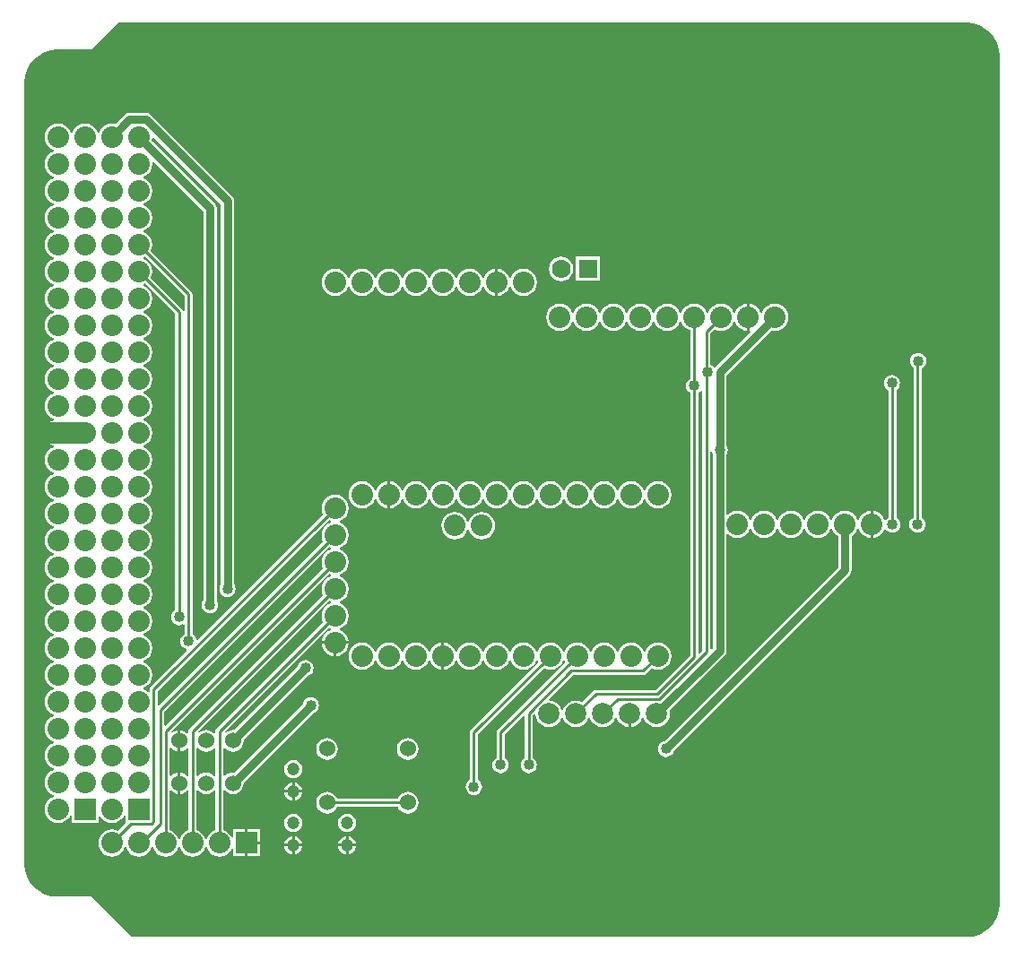
<source format=gbl>
G04 Layer_Physical_Order=2*
G04 Layer_Color=16711680*
%FSLAX25Y25*%
%MOIN*%
G70*
G01*
G75*
%ADD13C,0.03000*%
%ADD14C,0.01000*%
%ADD16C,0.08000*%
%ADD17R,0.07000X0.07000*%
%ADD18C,0.07000*%
%ADD19C,0.08000*%
%ADD20C,0.07874*%
%ADD21C,0.04724*%
%ADD22C,0.06000*%
%ADD23R,0.08000X0.08000*%
%ADD24R,0.08000X0.08000*%
%ADD25C,0.04000*%
%ADD26C,0.25000*%
G36*
X-17556Y347286D02*
X-15973Y346862D01*
X-14459Y346235D01*
X-13040Y345416D01*
X-11740Y344418D01*
X-10582Y343260D01*
X-9584Y341960D01*
X-8765Y340541D01*
X-8138Y339027D01*
X-7714Y337444D01*
X-7500Y335819D01*
Y335000D01*
Y20000D01*
Y19181D01*
X-7714Y17556D01*
X-8138Y15973D01*
X-8765Y14459D01*
X-9584Y13040D01*
X-10582Y11740D01*
X-11740Y10582D01*
X-13040Y9584D01*
X-14459Y8765D01*
X-15973Y8138D01*
X-17556Y7714D01*
X-19181Y7500D01*
X-330000D01*
X-345000Y22500D01*
X-358319D01*
X-359944Y22714D01*
X-361527Y23138D01*
X-363040Y23765D01*
X-364459Y24584D01*
X-365759Y25582D01*
X-366918Y26741D01*
X-367916Y28041D01*
X-368735Y29460D01*
X-369362Y30973D01*
X-369786Y32556D01*
X-370000Y34181D01*
Y35000D01*
Y325000D01*
Y325819D01*
X-369786Y327444D01*
X-369362Y329027D01*
X-368735Y330540D01*
X-367916Y331960D01*
X-366918Y333260D01*
X-365759Y334418D01*
X-364459Y335416D01*
X-363040Y336235D01*
X-361527Y336862D01*
X-359944Y337286D01*
X-358319Y337500D01*
X-345000D01*
X-335000Y347500D01*
X-19181D01*
X-17556Y347286D01*
D02*
G37*
%LPC*%
G36*
X-324808Y314049D02*
X-331000D01*
X-331976Y313855D01*
X-332802Y313302D01*
X-336229Y309876D01*
X-337500Y310043D01*
X-338805Y309871D01*
X-340022Y309367D01*
X-341066Y308566D01*
X-341867Y307522D01*
X-342229Y306648D01*
X-342771D01*
X-343132Y307522D01*
X-343934Y308566D01*
X-344978Y309367D01*
X-346195Y309871D01*
X-347500Y310043D01*
X-348805Y309871D01*
X-350022Y309367D01*
X-351066Y308566D01*
X-351868Y307522D01*
X-352229Y306648D01*
X-352771D01*
X-353133Y307522D01*
X-353934Y308566D01*
X-354978Y309367D01*
X-356195Y309871D01*
X-357500Y310043D01*
X-358805Y309871D01*
X-360022Y309367D01*
X-361066Y308566D01*
X-361867Y307522D01*
X-362371Y306305D01*
X-362543Y305000D01*
X-362371Y303695D01*
X-361867Y302478D01*
X-361066Y301434D01*
X-360022Y300633D01*
X-359148Y300271D01*
Y299729D01*
X-360022Y299367D01*
X-361066Y298566D01*
X-361867Y297522D01*
X-362371Y296305D01*
X-362543Y295000D01*
X-362371Y293695D01*
X-361867Y292478D01*
X-361066Y291434D01*
X-360022Y290633D01*
X-359148Y290271D01*
Y289729D01*
X-360022Y289368D01*
X-361066Y288566D01*
X-361867Y287522D01*
X-362371Y286305D01*
X-362543Y285000D01*
X-362371Y283695D01*
X-361867Y282478D01*
X-361066Y281434D01*
X-360022Y280632D01*
X-359148Y280271D01*
Y279729D01*
X-360022Y279367D01*
X-361066Y278566D01*
X-361867Y277522D01*
X-362371Y276305D01*
X-362543Y275000D01*
X-362371Y273695D01*
X-361867Y272478D01*
X-361066Y271434D01*
X-360022Y270633D01*
X-359148Y270271D01*
Y269729D01*
X-360022Y269368D01*
X-361066Y268566D01*
X-361867Y267522D01*
X-362371Y266305D01*
X-362543Y265000D01*
X-362371Y263695D01*
X-361867Y262478D01*
X-361066Y261434D01*
X-360022Y260632D01*
X-359148Y260271D01*
Y259729D01*
X-360022Y259367D01*
X-361066Y258566D01*
X-361867Y257522D01*
X-362371Y256305D01*
X-362543Y255000D01*
X-362371Y253695D01*
X-361867Y252478D01*
X-361066Y251434D01*
X-360022Y250633D01*
X-359148Y250271D01*
Y249729D01*
X-360022Y249367D01*
X-361066Y248566D01*
X-361867Y247522D01*
X-362371Y246305D01*
X-362543Y245000D01*
X-362371Y243695D01*
X-361867Y242478D01*
X-361066Y241434D01*
X-360022Y240633D01*
X-359148Y240271D01*
Y239729D01*
X-360022Y239368D01*
X-361066Y238566D01*
X-361867Y237522D01*
X-362371Y236305D01*
X-362543Y235000D01*
X-362371Y233695D01*
X-361867Y232478D01*
X-361066Y231434D01*
X-360022Y230632D01*
X-359148Y230271D01*
Y229729D01*
X-360022Y229367D01*
X-361066Y228566D01*
X-361867Y227522D01*
X-362371Y226305D01*
X-362543Y225000D01*
X-362371Y223695D01*
X-361867Y222478D01*
X-361066Y221434D01*
X-360022Y220633D01*
X-359148Y220271D01*
Y219729D01*
X-360022Y219368D01*
X-361066Y218566D01*
X-361867Y217522D01*
X-362371Y216305D01*
X-362543Y215000D01*
X-362371Y213695D01*
X-361867Y212478D01*
X-361066Y211434D01*
X-360022Y210632D01*
X-359148Y210271D01*
Y209729D01*
X-360022Y209367D01*
X-361066Y208566D01*
X-361867Y207522D01*
X-362371Y206305D01*
X-362543Y205000D01*
X-362371Y203695D01*
X-361867Y202478D01*
X-361066Y201434D01*
X-360022Y200633D01*
X-359148Y200271D01*
Y199729D01*
X-360022Y199367D01*
X-361066Y198566D01*
X-361867Y197522D01*
X-362371Y196305D01*
X-362477Y195500D01*
X-357500D01*
Y194500D01*
X-362477D01*
X-362371Y193695D01*
X-361867Y192478D01*
X-361066Y191434D01*
X-360022Y190632D01*
X-359148Y190271D01*
Y189729D01*
X-360022Y189367D01*
X-361066Y188566D01*
X-361867Y187522D01*
X-362371Y186305D01*
X-362543Y185000D01*
X-362371Y183695D01*
X-361867Y182478D01*
X-361066Y181434D01*
X-360022Y180632D01*
X-359148Y180271D01*
Y179729D01*
X-360022Y179367D01*
X-361066Y178566D01*
X-361867Y177522D01*
X-362371Y176305D01*
X-362543Y175000D01*
X-362371Y173695D01*
X-361867Y172478D01*
X-361066Y171434D01*
X-360022Y170633D01*
X-359148Y170271D01*
Y169729D01*
X-360022Y169368D01*
X-361066Y168566D01*
X-361867Y167522D01*
X-362371Y166305D01*
X-362543Y165000D01*
X-362371Y163695D01*
X-361867Y162478D01*
X-361066Y161434D01*
X-360022Y160633D01*
X-359148Y160271D01*
Y159729D01*
X-360022Y159368D01*
X-361066Y158566D01*
X-361867Y157522D01*
X-362371Y156305D01*
X-362543Y155000D01*
X-362371Y153695D01*
X-361867Y152478D01*
X-361066Y151434D01*
X-360022Y150633D01*
X-359148Y150271D01*
Y149729D01*
X-360022Y149367D01*
X-361066Y148566D01*
X-361867Y147522D01*
X-362371Y146305D01*
X-362543Y145000D01*
X-362371Y143695D01*
X-361867Y142478D01*
X-361066Y141434D01*
X-360022Y140632D01*
X-359148Y140271D01*
Y139729D01*
X-360022Y139367D01*
X-361066Y138566D01*
X-361867Y137522D01*
X-362371Y136305D01*
X-362543Y135000D01*
X-362371Y133695D01*
X-361867Y132478D01*
X-361066Y131434D01*
X-360022Y130632D01*
X-359148Y130271D01*
Y129729D01*
X-360022Y129367D01*
X-361066Y128566D01*
X-361867Y127522D01*
X-362371Y126305D01*
X-362543Y125000D01*
X-362371Y123695D01*
X-361867Y122478D01*
X-361066Y121434D01*
X-360022Y120633D01*
X-359148Y120271D01*
Y119729D01*
X-360022Y119368D01*
X-361066Y118566D01*
X-361867Y117522D01*
X-362371Y116305D01*
X-362543Y115000D01*
X-362371Y113695D01*
X-361867Y112478D01*
X-361066Y111434D01*
X-360022Y110633D01*
X-359148Y110271D01*
Y109729D01*
X-360022Y109368D01*
X-361066Y108566D01*
X-361867Y107522D01*
X-362371Y106305D01*
X-362543Y105000D01*
X-362371Y103695D01*
X-361867Y102478D01*
X-361066Y101434D01*
X-360022Y100633D01*
X-359148Y100271D01*
Y99729D01*
X-360022Y99367D01*
X-361066Y98566D01*
X-361867Y97522D01*
X-362371Y96305D01*
X-362543Y95000D01*
X-362371Y93695D01*
X-361867Y92478D01*
X-361066Y91434D01*
X-360022Y90632D01*
X-359148Y90271D01*
Y89729D01*
X-360022Y89368D01*
X-361066Y88566D01*
X-361867Y87522D01*
X-362371Y86305D01*
X-362543Y85000D01*
X-362371Y83695D01*
X-361867Y82478D01*
X-361066Y81434D01*
X-360022Y80633D01*
X-359148Y80271D01*
Y79729D01*
X-360022Y79368D01*
X-361066Y78566D01*
X-361867Y77522D01*
X-362371Y76305D01*
X-362543Y75000D01*
X-362371Y73695D01*
X-361867Y72478D01*
X-361066Y71434D01*
X-360022Y70632D01*
X-359148Y70271D01*
Y69729D01*
X-360022Y69367D01*
X-361066Y68566D01*
X-361867Y67522D01*
X-362371Y66305D01*
X-362543Y65000D01*
X-362371Y63695D01*
X-361867Y62478D01*
X-361066Y61434D01*
X-360022Y60632D01*
X-359148Y60271D01*
Y59729D01*
X-360022Y59368D01*
X-361066Y58566D01*
X-361867Y57522D01*
X-362371Y56305D01*
X-362543Y55000D01*
X-362371Y53695D01*
X-361867Y52478D01*
X-361066Y51434D01*
X-360022Y50633D01*
X-358805Y50129D01*
X-357500Y49957D01*
X-356195Y50129D01*
X-354978Y50633D01*
X-353934Y51434D01*
X-353133Y52478D01*
X-353000Y52798D01*
X-352500Y52699D01*
Y50000D01*
X-342500D01*
Y52699D01*
X-342000Y52798D01*
X-341867Y52478D01*
X-341066Y51434D01*
X-340022Y50633D01*
X-338805Y50129D01*
X-337500Y49957D01*
X-336195Y50129D01*
X-334978Y50633D01*
X-333934Y51434D01*
X-333133Y52478D01*
X-333000Y52798D01*
X-332500Y52699D01*
Y50000D01*
X-332500Y50000D01*
X-332500D01*
X-332627Y49536D01*
X-335203Y46960D01*
X-336195Y47371D01*
X-337500Y47543D01*
X-338805Y47371D01*
X-340022Y46867D01*
X-341066Y46066D01*
X-341867Y45022D01*
X-342371Y43805D01*
X-342543Y42500D01*
X-342371Y41195D01*
X-341867Y39978D01*
X-341066Y38934D01*
X-340022Y38133D01*
X-338805Y37629D01*
X-337500Y37457D01*
X-336195Y37629D01*
X-334978Y38133D01*
X-333934Y38934D01*
X-333133Y39978D01*
X-332771Y40852D01*
X-332229D01*
X-331868Y39978D01*
X-331066Y38934D01*
X-330022Y38133D01*
X-328805Y37629D01*
X-327500Y37457D01*
X-326195Y37629D01*
X-324978Y38133D01*
X-323934Y38934D01*
X-323132Y39978D01*
X-322771Y40852D01*
X-322229D01*
X-321867Y39978D01*
X-321066Y38934D01*
X-320022Y38133D01*
X-318805Y37629D01*
X-317500Y37457D01*
X-316195Y37629D01*
X-314978Y38133D01*
X-313934Y38934D01*
X-313133Y39978D01*
X-312771Y40852D01*
X-312229D01*
X-311867Y39978D01*
X-311066Y38934D01*
X-310022Y38133D01*
X-308805Y37629D01*
X-307500Y37457D01*
X-306195Y37629D01*
X-304978Y38133D01*
X-303934Y38934D01*
X-303133Y39978D01*
X-302771Y40852D01*
X-302229D01*
X-301868Y39978D01*
X-301066Y38934D01*
X-300022Y38133D01*
X-298805Y37629D01*
X-297500Y37457D01*
X-296195Y37629D01*
X-294978Y38133D01*
X-293934Y38934D01*
X-293132Y39978D01*
X-293000Y40298D01*
X-292500Y40199D01*
Y37500D01*
X-288000D01*
Y42500D01*
Y47500D01*
X-292500D01*
Y44801D01*
X-293000Y44702D01*
X-293132Y45022D01*
X-293934Y46066D01*
X-294978Y46867D01*
X-295971Y47278D01*
Y61875D01*
X-295497Y62035D01*
X-295353Y61847D01*
X-294517Y61206D01*
X-293544Y60803D01*
X-292500Y60666D01*
X-291456Y60803D01*
X-290483Y61206D01*
X-289647Y61847D01*
X-289006Y62683D01*
X-288603Y63656D01*
X-288465Y64700D01*
X-288515Y65080D01*
X-262833Y90762D01*
X-262717Y90777D01*
X-261987Y91079D01*
X-261360Y91560D01*
X-260879Y92187D01*
X-260577Y92917D01*
X-260474Y93700D01*
X-260577Y94483D01*
X-260879Y95213D01*
X-261360Y95840D01*
X-261987Y96320D01*
X-262717Y96623D01*
X-263500Y96726D01*
X-264283Y96623D01*
X-265013Y96320D01*
X-265640Y95840D01*
X-266121Y95213D01*
X-266423Y94483D01*
X-266438Y94367D01*
X-292120Y68685D01*
X-292500Y68735D01*
X-293544Y68597D01*
X-294517Y68194D01*
X-295353Y67553D01*
X-295497Y67365D01*
X-295971Y67526D01*
Y77675D01*
X-295497Y77835D01*
X-295353Y77647D01*
X-294517Y77006D01*
X-293544Y76603D01*
X-292500Y76465D01*
X-291456Y76603D01*
X-290483Y77006D01*
X-289647Y77647D01*
X-289006Y78483D01*
X-288603Y79456D01*
X-288465Y80500D01*
X-288515Y80880D01*
X-264833Y104562D01*
X-264717Y104577D01*
X-263987Y104879D01*
X-263360Y105360D01*
X-262879Y105987D01*
X-262577Y106717D01*
X-262474Y107500D01*
X-262577Y108283D01*
X-262879Y109013D01*
X-263360Y109640D01*
X-263987Y110120D01*
X-264717Y110423D01*
X-265500Y110526D01*
X-266283Y110423D01*
X-267013Y110120D01*
X-267640Y109640D01*
X-268121Y109013D01*
X-268423Y108283D01*
X-268438Y108167D01*
X-292120Y84484D01*
X-292500Y84535D01*
X-293544Y84397D01*
X-294517Y83994D01*
X-295028Y83602D01*
X-295358Y83979D01*
X-256797Y122540D01*
X-256148Y122271D01*
Y121729D01*
X-257022Y121368D01*
X-258066Y120566D01*
X-258868Y119522D01*
X-259371Y118305D01*
X-259477Y117500D01*
X-254500D01*
X-249523D01*
X-249629Y118305D01*
X-250132Y119522D01*
X-250934Y120566D01*
X-251978Y121368D01*
X-252852Y121729D01*
Y122271D01*
X-251978Y122633D01*
X-250934Y123434D01*
X-250132Y124478D01*
X-249629Y125695D01*
X-249457Y127000D01*
X-249629Y128305D01*
X-250132Y129522D01*
X-250934Y130566D01*
X-251978Y131368D01*
X-252852Y131729D01*
Y132271D01*
X-251978Y132633D01*
X-250934Y133434D01*
X-250132Y134478D01*
X-249629Y135695D01*
X-249457Y137000D01*
X-249629Y138305D01*
X-250132Y139522D01*
X-250934Y140566D01*
X-251978Y141367D01*
X-252852Y141729D01*
Y142271D01*
X-251978Y142632D01*
X-250934Y143434D01*
X-250132Y144478D01*
X-249629Y145695D01*
X-249457Y147000D01*
X-249629Y148305D01*
X-250132Y149522D01*
X-250934Y150566D01*
X-251978Y151367D01*
X-252852Y151729D01*
Y152271D01*
X-251978Y152632D01*
X-250934Y153434D01*
X-250132Y154478D01*
X-249629Y155695D01*
X-249457Y157000D01*
X-249629Y158305D01*
X-250132Y159522D01*
X-250934Y160566D01*
X-251978Y161367D01*
X-252852Y161729D01*
Y162271D01*
X-251978Y162633D01*
X-250934Y163434D01*
X-250132Y164478D01*
X-249629Y165695D01*
X-249457Y167000D01*
X-249629Y168305D01*
X-250132Y169522D01*
X-250934Y170566D01*
X-251978Y171368D01*
X-253195Y171871D01*
X-254500Y172043D01*
X-255805Y171871D01*
X-257022Y171368D01*
X-258066Y170566D01*
X-258868Y169522D01*
X-259371Y168305D01*
X-259543Y167000D01*
X-259371Y165695D01*
X-258960Y164703D01*
X-305596Y118067D01*
X-306070Y118227D01*
X-306077Y118283D01*
X-306380Y119013D01*
X-306860Y119640D01*
X-307471Y120108D01*
Y246500D01*
X-307587Y247085D01*
X-307919Y247581D01*
X-323040Y262703D01*
X-322629Y263695D01*
X-322457Y265000D01*
X-322629Y266305D01*
X-323132Y267522D01*
X-323934Y268566D01*
X-324978Y269368D01*
X-325852Y269729D01*
Y270271D01*
X-324978Y270633D01*
X-323934Y271434D01*
X-323132Y272478D01*
X-322629Y273695D01*
X-322457Y275000D01*
X-322629Y276305D01*
X-323132Y277522D01*
X-323934Y278566D01*
X-324978Y279367D01*
X-325852Y279729D01*
Y280271D01*
X-324978Y280632D01*
X-323934Y281434D01*
X-323132Y282478D01*
X-322629Y283695D01*
X-322457Y285000D01*
X-322629Y286305D01*
X-323132Y287522D01*
X-323934Y288566D01*
X-324978Y289368D01*
X-325852Y289729D01*
Y290271D01*
X-324978Y290633D01*
X-323934Y291434D01*
X-323132Y292478D01*
X-322629Y293695D01*
X-322457Y295000D01*
X-322555Y295743D01*
X-322081Y295976D01*
X-303549Y277444D01*
Y132606D01*
X-303621Y132513D01*
X-303923Y131783D01*
X-304026Y131000D01*
X-303923Y130217D01*
X-303621Y129487D01*
X-303140Y128860D01*
X-302513Y128379D01*
X-301783Y128077D01*
X-301000Y127974D01*
X-300217Y128077D01*
X-299487Y128379D01*
X-298860Y128860D01*
X-298379Y129487D01*
X-298077Y130217D01*
X-297974Y131000D01*
X-298077Y131783D01*
X-298379Y132513D01*
X-298451Y132606D01*
Y278500D01*
X-298645Y279475D01*
X-299198Y280302D01*
X-322624Y303729D01*
X-322476Y304856D01*
X-322003Y305090D01*
X-297049Y280137D01*
Y138606D01*
X-297120Y138513D01*
X-297423Y137783D01*
X-297526Y137000D01*
X-297423Y136217D01*
X-297120Y135487D01*
X-296640Y134860D01*
X-296013Y134379D01*
X-295283Y134077D01*
X-294500Y133974D01*
X-293717Y134077D01*
X-292987Y134379D01*
X-292360Y134860D01*
X-291880Y135487D01*
X-291577Y136217D01*
X-291474Y137000D01*
X-291577Y137783D01*
X-291880Y138513D01*
X-291951Y138606D01*
Y281192D01*
X-292145Y282168D01*
X-292698Y282995D01*
X-323005Y313302D01*
X-323832Y313855D01*
X-324808Y314049D01*
D02*
G37*
G36*
X-184500Y256043D02*
X-185805Y255871D01*
X-187022Y255367D01*
X-188066Y254566D01*
X-188867Y253522D01*
X-189229Y252648D01*
X-189771D01*
X-190132Y253522D01*
X-190934Y254566D01*
X-191978Y255367D01*
X-193195Y255871D01*
X-194000Y255977D01*
Y251000D01*
Y246023D01*
X-193195Y246129D01*
X-191978Y246633D01*
X-190934Y247434D01*
X-190132Y248478D01*
X-189771Y249352D01*
X-189229D01*
X-188867Y248478D01*
X-188066Y247434D01*
X-187022Y246633D01*
X-185805Y246129D01*
X-184500Y245957D01*
X-183195Y246129D01*
X-181978Y246633D01*
X-180934Y247434D01*
X-180132Y248478D01*
X-179629Y249695D01*
X-179457Y251000D01*
X-179629Y252305D01*
X-180132Y253522D01*
X-180934Y254566D01*
X-181978Y255367D01*
X-183195Y255871D01*
X-184500Y256043D01*
D02*
G37*
G36*
X-204500D02*
X-205805Y255871D01*
X-207022Y255367D01*
X-208066Y254566D01*
X-208868Y253522D01*
X-209229Y252648D01*
X-209771D01*
X-210133Y253522D01*
X-210934Y254566D01*
X-211978Y255367D01*
X-213195Y255871D01*
X-214500Y256043D01*
X-215805Y255871D01*
X-217022Y255367D01*
X-218066Y254566D01*
X-218867Y253522D01*
X-219229Y252648D01*
X-219771D01*
X-220132Y253522D01*
X-220934Y254566D01*
X-221978Y255367D01*
X-223195Y255871D01*
X-224500Y256043D01*
X-225805Y255871D01*
X-227022Y255367D01*
X-228066Y254566D01*
X-228868Y253522D01*
X-229229Y252648D01*
X-229771D01*
X-230133Y253522D01*
X-230934Y254566D01*
X-231978Y255367D01*
X-233195Y255871D01*
X-234500Y256043D01*
X-235805Y255871D01*
X-237022Y255367D01*
X-238066Y254566D01*
X-238867Y253522D01*
X-239229Y252648D01*
X-239771D01*
X-240132Y253522D01*
X-240934Y254566D01*
X-241978Y255367D01*
X-243195Y255871D01*
X-244500Y256043D01*
X-245805Y255871D01*
X-247022Y255367D01*
X-248066Y254566D01*
X-248868Y253522D01*
X-249229Y252648D01*
X-249771D01*
X-250132Y253522D01*
X-250934Y254566D01*
X-251978Y255367D01*
X-253195Y255871D01*
X-254500Y256043D01*
X-255805Y255871D01*
X-257022Y255367D01*
X-258066Y254566D01*
X-258868Y253522D01*
X-259371Y252305D01*
X-259543Y251000D01*
X-259371Y249695D01*
X-258868Y248478D01*
X-258066Y247434D01*
X-257022Y246633D01*
X-255805Y246129D01*
X-254500Y245957D01*
X-253195Y246129D01*
X-251978Y246633D01*
X-250934Y247434D01*
X-250132Y248478D01*
X-249771Y249352D01*
X-249229D01*
X-248868Y248478D01*
X-248066Y247434D01*
X-247022Y246633D01*
X-245805Y246129D01*
X-244500Y245957D01*
X-243195Y246129D01*
X-241978Y246633D01*
X-240934Y247434D01*
X-240132Y248478D01*
X-239771Y249352D01*
X-239229D01*
X-238867Y248478D01*
X-238066Y247434D01*
X-237022Y246633D01*
X-235805Y246129D01*
X-234500Y245957D01*
X-233195Y246129D01*
X-231978Y246633D01*
X-230934Y247434D01*
X-230133Y248478D01*
X-229771Y249352D01*
X-229229D01*
X-228868Y248478D01*
X-228066Y247434D01*
X-227022Y246633D01*
X-225805Y246129D01*
X-224500Y245957D01*
X-223195Y246129D01*
X-221978Y246633D01*
X-220934Y247434D01*
X-220132Y248478D01*
X-219771Y249352D01*
X-219229D01*
X-218867Y248478D01*
X-218066Y247434D01*
X-217022Y246633D01*
X-215805Y246129D01*
X-214500Y245957D01*
X-213195Y246129D01*
X-211978Y246633D01*
X-210934Y247434D01*
X-210133Y248478D01*
X-209771Y249352D01*
X-209229D01*
X-208868Y248478D01*
X-208066Y247434D01*
X-207022Y246633D01*
X-205805Y246129D01*
X-204500Y245957D01*
X-203195Y246129D01*
X-201978Y246633D01*
X-200934Y247434D01*
X-200132Y248478D01*
X-199771Y249352D01*
X-199229D01*
X-198867Y248478D01*
X-198066Y247434D01*
X-197022Y246633D01*
X-195805Y246129D01*
X-195000Y246023D01*
Y251000D01*
Y255977D01*
X-195805Y255871D01*
X-197022Y255367D01*
X-198066Y254566D01*
X-198867Y253522D01*
X-199229Y252648D01*
X-199771D01*
X-200132Y253522D01*
X-200934Y254566D01*
X-201978Y255367D01*
X-203195Y255871D01*
X-204500Y256043D01*
D02*
G37*
G36*
X-156000Y260500D02*
X-165000D01*
Y251500D01*
X-156000D01*
Y260500D01*
D02*
G37*
G36*
X-170500Y260539D02*
X-171675Y260384D01*
X-172769Y259931D01*
X-173709Y259209D01*
X-174431Y258269D01*
X-174884Y257175D01*
X-175039Y256000D01*
X-174884Y254825D01*
X-174431Y253731D01*
X-173709Y252790D01*
X-172769Y252069D01*
X-171675Y251616D01*
X-170500Y251461D01*
X-169325Y251616D01*
X-168231Y252069D01*
X-167291Y252790D01*
X-166569Y253731D01*
X-166116Y254825D01*
X-165961Y256000D01*
X-166116Y257175D01*
X-166569Y258269D01*
X-167291Y259209D01*
X-168231Y259931D01*
X-169325Y260384D01*
X-170500Y260539D01*
D02*
G37*
G36*
X-91000Y243043D02*
X-92305Y242871D01*
X-93522Y242368D01*
X-94566Y241566D01*
X-95367Y240522D01*
X-95729Y239648D01*
X-96271D01*
X-96632Y240522D01*
X-97434Y241566D01*
X-98478Y242368D01*
X-99695Y242871D01*
X-100500Y242977D01*
Y238000D01*
Y233023D01*
X-100257Y233055D01*
X-100024Y232581D01*
X-113115Y219490D01*
X-113732Y219472D01*
X-113860Y219640D01*
X-114487Y220121D01*
X-114971Y220321D01*
Y231867D01*
X-113297Y233540D01*
X-112305Y233129D01*
X-111000Y232957D01*
X-109695Y233129D01*
X-108478Y233632D01*
X-107434Y234434D01*
X-106632Y235478D01*
X-106271Y236352D01*
X-105729D01*
X-105368Y235478D01*
X-104566Y234434D01*
X-103522Y233632D01*
X-102305Y233129D01*
X-101500Y233023D01*
Y238000D01*
Y242977D01*
X-102305Y242871D01*
X-103522Y242368D01*
X-104566Y241566D01*
X-105368Y240522D01*
X-105729Y239648D01*
X-106271D01*
X-106632Y240522D01*
X-107434Y241566D01*
X-108478Y242368D01*
X-109695Y242871D01*
X-111000Y243043D01*
X-112305Y242871D01*
X-113522Y242368D01*
X-114566Y241566D01*
X-115367Y240522D01*
X-115729Y239648D01*
X-116271D01*
X-116632Y240522D01*
X-117434Y241566D01*
X-118478Y242368D01*
X-119695Y242871D01*
X-121000Y243043D01*
X-122305Y242871D01*
X-123522Y242368D01*
X-124566Y241566D01*
X-125367Y240522D01*
X-125729Y239648D01*
X-126271D01*
X-126632Y240522D01*
X-127434Y241566D01*
X-128478Y242368D01*
X-129695Y242871D01*
X-131000Y243043D01*
X-132305Y242871D01*
X-133522Y242368D01*
X-134566Y241566D01*
X-135368Y240522D01*
X-135729Y239648D01*
X-136271D01*
X-136633Y240522D01*
X-137434Y241566D01*
X-138478Y242368D01*
X-139695Y242871D01*
X-141000Y243043D01*
X-142305Y242871D01*
X-143522Y242368D01*
X-144566Y241566D01*
X-145368Y240522D01*
X-145729Y239648D01*
X-146271D01*
X-146633Y240522D01*
X-147434Y241566D01*
X-148478Y242368D01*
X-149695Y242871D01*
X-151000Y243043D01*
X-152305Y242871D01*
X-153522Y242368D01*
X-154566Y241566D01*
X-155368Y240522D01*
X-155729Y239648D01*
X-156271D01*
X-156632Y240522D01*
X-157434Y241566D01*
X-158478Y242368D01*
X-159695Y242871D01*
X-161000Y243043D01*
X-162305Y242871D01*
X-163522Y242368D01*
X-164566Y241566D01*
X-165367Y240522D01*
X-165729Y239648D01*
X-166271D01*
X-166632Y240522D01*
X-167434Y241566D01*
X-168478Y242368D01*
X-169695Y242871D01*
X-171000Y243043D01*
X-172305Y242871D01*
X-173522Y242368D01*
X-174566Y241566D01*
X-175367Y240522D01*
X-175871Y239305D01*
X-176043Y238000D01*
X-175871Y236695D01*
X-175367Y235478D01*
X-174566Y234434D01*
X-173522Y233632D01*
X-172305Y233129D01*
X-171000Y232957D01*
X-169695Y233129D01*
X-168478Y233632D01*
X-167434Y234434D01*
X-166632Y235478D01*
X-166271Y236352D01*
X-165729D01*
X-165367Y235478D01*
X-164566Y234434D01*
X-163522Y233632D01*
X-162305Y233129D01*
X-161000Y232957D01*
X-159695Y233129D01*
X-158478Y233632D01*
X-157434Y234434D01*
X-156632Y235478D01*
X-156271Y236352D01*
X-155729D01*
X-155368Y235478D01*
X-154566Y234434D01*
X-153522Y233632D01*
X-152305Y233129D01*
X-151000Y232957D01*
X-149695Y233129D01*
X-148478Y233632D01*
X-147434Y234434D01*
X-146633Y235478D01*
X-146271Y236352D01*
X-145729D01*
X-145368Y235478D01*
X-144566Y234434D01*
X-143522Y233632D01*
X-142305Y233129D01*
X-141000Y232957D01*
X-139695Y233129D01*
X-138478Y233632D01*
X-137434Y234434D01*
X-136633Y235478D01*
X-136271Y236352D01*
X-135729D01*
X-135368Y235478D01*
X-134566Y234434D01*
X-133522Y233632D01*
X-132305Y233129D01*
X-131000Y232957D01*
X-129695Y233129D01*
X-128478Y233632D01*
X-127434Y234434D01*
X-126632Y235478D01*
X-126271Y236352D01*
X-125729D01*
X-125367Y235478D01*
X-124566Y234434D01*
X-123522Y233632D01*
X-122529Y233222D01*
Y215108D01*
X-123140Y214640D01*
X-123620Y214013D01*
X-123923Y213283D01*
X-124026Y212500D01*
X-123923Y211717D01*
X-123620Y210987D01*
X-123140Y210360D01*
X-122529Y209892D01*
Y112462D01*
X-135525Y99466D01*
X-157563D01*
X-158148Y99350D01*
X-158644Y99018D01*
X-162751Y94912D01*
X-163711Y95310D01*
X-165000Y95480D01*
X-166289Y95310D01*
X-167490Y94813D01*
X-168521Y94021D01*
X-169313Y92990D01*
X-169729Y91983D01*
X-170271D01*
X-170687Y92990D01*
X-171479Y94021D01*
X-172510Y94813D01*
X-173711Y95310D01*
X-174858Y95461D01*
X-175093Y95933D01*
X-166056Y104971D01*
X-140000D01*
X-139415Y105087D01*
X-138919Y105419D01*
X-136797Y107540D01*
X-135805Y107129D01*
X-134500Y106957D01*
X-133195Y107129D01*
X-131978Y107633D01*
X-130934Y108434D01*
X-130132Y109478D01*
X-129629Y110695D01*
X-129457Y112000D01*
X-129629Y113305D01*
X-130132Y114522D01*
X-130934Y115566D01*
X-131978Y116367D01*
X-133195Y116871D01*
X-134500Y117043D01*
X-135805Y116871D01*
X-137022Y116367D01*
X-138066Y115566D01*
X-138867Y114522D01*
X-139229Y113648D01*
X-139771D01*
X-140132Y114522D01*
X-140934Y115566D01*
X-141978Y116367D01*
X-143195Y116871D01*
X-144500Y117043D01*
X-145805Y116871D01*
X-147022Y116367D01*
X-148066Y115566D01*
X-148867Y114522D01*
X-149229Y113648D01*
X-149771D01*
X-150133Y114522D01*
X-150934Y115566D01*
X-151978Y116367D01*
X-153195Y116871D01*
X-154500Y117043D01*
X-155805Y116871D01*
X-157022Y116367D01*
X-158066Y115566D01*
X-158868Y114522D01*
X-159229Y113648D01*
X-159771D01*
X-160133Y114522D01*
X-160934Y115566D01*
X-161978Y116367D01*
X-163195Y116871D01*
X-164500Y117043D01*
X-165805Y116871D01*
X-167022Y116367D01*
X-168066Y115566D01*
X-168868Y114522D01*
X-169229Y113648D01*
X-169771D01*
X-170133Y114522D01*
X-170934Y115566D01*
X-171978Y116367D01*
X-173195Y116871D01*
X-174500Y117043D01*
X-175805Y116871D01*
X-177022Y116367D01*
X-178066Y115566D01*
X-178867Y114522D01*
X-179229Y113648D01*
X-179771D01*
X-180132Y114522D01*
X-180934Y115566D01*
X-181978Y116367D01*
X-183195Y116871D01*
X-184500Y117043D01*
X-185805Y116871D01*
X-187022Y116367D01*
X-188066Y115566D01*
X-188867Y114522D01*
X-189229Y113648D01*
X-189771D01*
X-190132Y114522D01*
X-190934Y115566D01*
X-191978Y116367D01*
X-193195Y116871D01*
X-194500Y117043D01*
X-195805Y116871D01*
X-197022Y116367D01*
X-198066Y115566D01*
X-198867Y114522D01*
X-199229Y113648D01*
X-199771D01*
X-200132Y114522D01*
X-200934Y115566D01*
X-201978Y116367D01*
X-203195Y116871D01*
X-204500Y117043D01*
X-205805Y116871D01*
X-207022Y116367D01*
X-208066Y115566D01*
X-208868Y114522D01*
X-209229Y113648D01*
X-209771D01*
X-210133Y114522D01*
X-210934Y115566D01*
X-211978Y116367D01*
X-213195Y116871D01*
X-214000Y116977D01*
Y112000D01*
Y107023D01*
X-213195Y107129D01*
X-211978Y107633D01*
X-210934Y108434D01*
X-210133Y109478D01*
X-209771Y110352D01*
X-209229D01*
X-208868Y109478D01*
X-208066Y108434D01*
X-207022Y107633D01*
X-205805Y107129D01*
X-204500Y106957D01*
X-203195Y107129D01*
X-201978Y107633D01*
X-200934Y108434D01*
X-200132Y109478D01*
X-199771Y110352D01*
X-199229D01*
X-198867Y109478D01*
X-198066Y108434D01*
X-197022Y107633D01*
X-195805Y107129D01*
X-194500Y106957D01*
X-193195Y107129D01*
X-191978Y107633D01*
X-190934Y108434D01*
X-190132Y109478D01*
X-189771Y110352D01*
X-189229D01*
X-188867Y109478D01*
X-188066Y108434D01*
X-187022Y107633D01*
X-185805Y107129D01*
X-184500Y106957D01*
X-183195Y107129D01*
X-181978Y107633D01*
X-180934Y108434D01*
X-180132Y109478D01*
X-179771Y110352D01*
X-179229D01*
X-178960Y109703D01*
X-203980Y84683D01*
X-204312Y84187D01*
X-204428Y83601D01*
Y65966D01*
X-205038Y65498D01*
X-205519Y64872D01*
X-205822Y64142D01*
X-205925Y63359D01*
X-205822Y62575D01*
X-205519Y61846D01*
X-205038Y61219D01*
X-204412Y60738D01*
X-203682Y60436D01*
X-202899Y60333D01*
X-202116Y60436D01*
X-201386Y60738D01*
X-200759Y61219D01*
X-200278Y61846D01*
X-199976Y62575D01*
X-199873Y63359D01*
X-199976Y64142D01*
X-200278Y64872D01*
X-200759Y65498D01*
X-201369Y65966D01*
Y82968D01*
X-176797Y107540D01*
X-175805Y107129D01*
X-174500Y106957D01*
X-173195Y107129D01*
X-171978Y107633D01*
X-170934Y108434D01*
X-170133Y109478D01*
X-169771Y110352D01*
X-169229D01*
X-168960Y109703D01*
X-194081Y84581D01*
X-194413Y84085D01*
X-194529Y83500D01*
Y74108D01*
X-195140Y73640D01*
X-195621Y73013D01*
X-195923Y72283D01*
X-196026Y71500D01*
X-195923Y70717D01*
X-195621Y69987D01*
X-195140Y69360D01*
X-194513Y68879D01*
X-193783Y68577D01*
X-193000Y68474D01*
X-192217Y68577D01*
X-191487Y68879D01*
X-190860Y69360D01*
X-190380Y69987D01*
X-190077Y70717D01*
X-189974Y71500D01*
X-190077Y72283D01*
X-190380Y73013D01*
X-190860Y73640D01*
X-191471Y74108D01*
Y82867D01*
X-184491Y89846D01*
X-184029Y89654D01*
Y74108D01*
X-184640Y73640D01*
X-185120Y73013D01*
X-185423Y72283D01*
X-185526Y71500D01*
X-185423Y70717D01*
X-185120Y69987D01*
X-184640Y69360D01*
X-184013Y68879D01*
X-183283Y68577D01*
X-182500Y68474D01*
X-181717Y68577D01*
X-180987Y68879D01*
X-180360Y69360D01*
X-179879Y69987D01*
X-179577Y70717D01*
X-179474Y71500D01*
X-179577Y72283D01*
X-179879Y73013D01*
X-180360Y73640D01*
X-180971Y74108D01*
Y90056D01*
X-180433Y90593D01*
X-179961Y90358D01*
X-179810Y89211D01*
X-179313Y88010D01*
X-178521Y86979D01*
X-177490Y86187D01*
X-176289Y85690D01*
X-175000Y85520D01*
X-173711Y85690D01*
X-172510Y86187D01*
X-171479Y86979D01*
X-170687Y88010D01*
X-170271Y89017D01*
X-169729D01*
X-169313Y88010D01*
X-168521Y86979D01*
X-167490Y86187D01*
X-166289Y85690D01*
X-165000Y85520D01*
X-163711Y85690D01*
X-162510Y86187D01*
X-161479Y86979D01*
X-160687Y88010D01*
X-160271Y89017D01*
X-159729D01*
X-159312Y88010D01*
X-158521Y86979D01*
X-157490Y86187D01*
X-156289Y85690D01*
X-155000Y85520D01*
X-153711Y85690D01*
X-152510Y86187D01*
X-151479Y86979D01*
X-150688Y88010D01*
X-150271Y89017D01*
X-149729D01*
X-149312Y88010D01*
X-148521Y86979D01*
X-147490Y86187D01*
X-146289Y85690D01*
X-145500Y85586D01*
Y90500D01*
X-144500D01*
Y85586D01*
X-143711Y85690D01*
X-142510Y86187D01*
X-141479Y86979D01*
X-140688Y88010D01*
X-140271Y89017D01*
X-139729D01*
X-139313Y88010D01*
X-138521Y86979D01*
X-137490Y86187D01*
X-136289Y85690D01*
X-135000Y85520D01*
X-133711Y85690D01*
X-132510Y86187D01*
X-131479Y86979D01*
X-130687Y88010D01*
X-130190Y89211D01*
X-130020Y90500D01*
X-130180Y91715D01*
X-109698Y112198D01*
X-109145Y113024D01*
X-108951Y114000D01*
Y157177D01*
X-108451Y157346D01*
X-107522Y156632D01*
X-106305Y156129D01*
X-105000Y155957D01*
X-103695Y156129D01*
X-102478Y156632D01*
X-101434Y157434D01*
X-100633Y158478D01*
X-100271Y159352D01*
X-99729D01*
X-99367Y158478D01*
X-98566Y157434D01*
X-97522Y156632D01*
X-96305Y156129D01*
X-95000Y155957D01*
X-93695Y156129D01*
X-92478Y156632D01*
X-91434Y157434D01*
X-90632Y158478D01*
X-90271Y159352D01*
X-89729D01*
X-89368Y158478D01*
X-88566Y157434D01*
X-87522Y156632D01*
X-86305Y156129D01*
X-85000Y155957D01*
X-83695Y156129D01*
X-82478Y156632D01*
X-81434Y157434D01*
X-80633Y158478D01*
X-80271Y159352D01*
X-79729D01*
X-79368Y158478D01*
X-78566Y157434D01*
X-77522Y156632D01*
X-76305Y156129D01*
X-75000Y155957D01*
X-73695Y156129D01*
X-72478Y156632D01*
X-71434Y157434D01*
X-70632Y158478D01*
X-70271Y159352D01*
X-69729D01*
X-69367Y158478D01*
X-68566Y157434D01*
X-67549Y156653D01*
Y145056D01*
X-132167Y80438D01*
X-132283Y80423D01*
X-133013Y80120D01*
X-133640Y79640D01*
X-134121Y79013D01*
X-134423Y78283D01*
X-134526Y77500D01*
X-134423Y76717D01*
X-134121Y75987D01*
X-133640Y75360D01*
X-133013Y74879D01*
X-132283Y74577D01*
X-131500Y74474D01*
X-130717Y74577D01*
X-129987Y74879D01*
X-129360Y75360D01*
X-128879Y75987D01*
X-128577Y76717D01*
X-128562Y76833D01*
X-63198Y142198D01*
X-62645Y143025D01*
X-62451Y144000D01*
Y156653D01*
X-61434Y157434D01*
X-60632Y158478D01*
X-60271Y159352D01*
X-59729D01*
X-59368Y158478D01*
X-58566Y157434D01*
X-57522Y156632D01*
X-56305Y156129D01*
X-55500Y156023D01*
Y161000D01*
Y165977D01*
X-56305Y165871D01*
X-57522Y165367D01*
X-58566Y164566D01*
X-59368Y163522D01*
X-59729Y162648D01*
X-60271D01*
X-60632Y163522D01*
X-61434Y164566D01*
X-62478Y165367D01*
X-63695Y165871D01*
X-65000Y166043D01*
X-66305Y165871D01*
X-67522Y165367D01*
X-68566Y164566D01*
X-69367Y163522D01*
X-69729Y162648D01*
X-70271D01*
X-70632Y163522D01*
X-71434Y164566D01*
X-72478Y165367D01*
X-73695Y165871D01*
X-75000Y166043D01*
X-76305Y165871D01*
X-77522Y165367D01*
X-78566Y164566D01*
X-79368Y163522D01*
X-79729Y162648D01*
X-80271D01*
X-80633Y163522D01*
X-81434Y164566D01*
X-82478Y165367D01*
X-83695Y165871D01*
X-85000Y166043D01*
X-86305Y165871D01*
X-87522Y165367D01*
X-88566Y164566D01*
X-89368Y163522D01*
X-89729Y162648D01*
X-90271D01*
X-90632Y163522D01*
X-91434Y164566D01*
X-92478Y165367D01*
X-93695Y165871D01*
X-95000Y166043D01*
X-96305Y165871D01*
X-97522Y165367D01*
X-98566Y164566D01*
X-99367Y163522D01*
X-99729Y162648D01*
X-100271D01*
X-100633Y163522D01*
X-101434Y164566D01*
X-102478Y165367D01*
X-103695Y165871D01*
X-105000Y166043D01*
X-106305Y165871D01*
X-107522Y165367D01*
X-108451Y164654D01*
X-108951Y164823D01*
Y186894D01*
X-108879Y186987D01*
X-108577Y187717D01*
X-108474Y188500D01*
X-108577Y189283D01*
X-108879Y190013D01*
X-108951Y190106D01*
Y216444D01*
X-92271Y233124D01*
X-91000Y232957D01*
X-89695Y233129D01*
X-88478Y233632D01*
X-87434Y234434D01*
X-86633Y235478D01*
X-86129Y236695D01*
X-85957Y238000D01*
X-86129Y239305D01*
X-86633Y240522D01*
X-87434Y241566D01*
X-88478Y242368D01*
X-89695Y242871D01*
X-91000Y243043D01*
D02*
G37*
G36*
X-134500Y177043D02*
X-135805Y176871D01*
X-137022Y176367D01*
X-138066Y175566D01*
X-138867Y174522D01*
X-139229Y173648D01*
X-139771D01*
X-140132Y174522D01*
X-140934Y175566D01*
X-141978Y176367D01*
X-143195Y176871D01*
X-144500Y177043D01*
X-145805Y176871D01*
X-147022Y176367D01*
X-148066Y175566D01*
X-148867Y174522D01*
X-149229Y173648D01*
X-149771D01*
X-150133Y174522D01*
X-150934Y175566D01*
X-151978Y176367D01*
X-153195Y176871D01*
X-154500Y177043D01*
X-155805Y176871D01*
X-157022Y176367D01*
X-158066Y175566D01*
X-158868Y174522D01*
X-159229Y173648D01*
X-159771D01*
X-160133Y174522D01*
X-160934Y175566D01*
X-161978Y176367D01*
X-163195Y176871D01*
X-164500Y177043D01*
X-165805Y176871D01*
X-167022Y176367D01*
X-168066Y175566D01*
X-168868Y174522D01*
X-169229Y173648D01*
X-169771D01*
X-170133Y174522D01*
X-170934Y175566D01*
X-171978Y176367D01*
X-173195Y176871D01*
X-174500Y177043D01*
X-175805Y176871D01*
X-177022Y176367D01*
X-178066Y175566D01*
X-178867Y174522D01*
X-179229Y173648D01*
X-179771D01*
X-180132Y174522D01*
X-180934Y175566D01*
X-181978Y176367D01*
X-183195Y176871D01*
X-184500Y177043D01*
X-185805Y176871D01*
X-187022Y176367D01*
X-188066Y175566D01*
X-188867Y174522D01*
X-189229Y173648D01*
X-189771D01*
X-190132Y174522D01*
X-190934Y175566D01*
X-191978Y176367D01*
X-193195Y176871D01*
X-194500Y177043D01*
X-195805Y176871D01*
X-197022Y176367D01*
X-198066Y175566D01*
X-198867Y174522D01*
X-199229Y173648D01*
X-199771D01*
X-200132Y174522D01*
X-200934Y175566D01*
X-201978Y176367D01*
X-203195Y176871D01*
X-204500Y177043D01*
X-205805Y176871D01*
X-207022Y176367D01*
X-208066Y175566D01*
X-208868Y174522D01*
X-209229Y173648D01*
X-209771D01*
X-210133Y174522D01*
X-210934Y175566D01*
X-211978Y176367D01*
X-213195Y176871D01*
X-214500Y177043D01*
X-215805Y176871D01*
X-217022Y176367D01*
X-218066Y175566D01*
X-218867Y174522D01*
X-219229Y173648D01*
X-219771D01*
X-220132Y174522D01*
X-220934Y175566D01*
X-221978Y176367D01*
X-223195Y176871D01*
X-224500Y177043D01*
X-225805Y176871D01*
X-227022Y176367D01*
X-228066Y175566D01*
X-228868Y174522D01*
X-229229Y173648D01*
X-229771D01*
X-230133Y174522D01*
X-230934Y175566D01*
X-231978Y176367D01*
X-233195Y176871D01*
X-234000Y176977D01*
Y172000D01*
Y167023D01*
X-233195Y167129D01*
X-231978Y167632D01*
X-230934Y168434D01*
X-230133Y169478D01*
X-229771Y170352D01*
X-229229D01*
X-228868Y169478D01*
X-228066Y168434D01*
X-227022Y167632D01*
X-225805Y167129D01*
X-224500Y166957D01*
X-223195Y167129D01*
X-221978Y167632D01*
X-220934Y168434D01*
X-220132Y169478D01*
X-219771Y170352D01*
X-219229D01*
X-218867Y169478D01*
X-218066Y168434D01*
X-217022Y167632D01*
X-215805Y167129D01*
X-214500Y166957D01*
X-213195Y167129D01*
X-211978Y167632D01*
X-210934Y168434D01*
X-210133Y169478D01*
X-209771Y170352D01*
X-209229D01*
X-208868Y169478D01*
X-208066Y168434D01*
X-207022Y167632D01*
X-205805Y167129D01*
X-204500Y166957D01*
X-203195Y167129D01*
X-201978Y167632D01*
X-200934Y168434D01*
X-200132Y169478D01*
X-199771Y170352D01*
X-199229D01*
X-198867Y169478D01*
X-198066Y168434D01*
X-197022Y167632D01*
X-195805Y167129D01*
X-194500Y166957D01*
X-193195Y167129D01*
X-191978Y167632D01*
X-190934Y168434D01*
X-190132Y169478D01*
X-189771Y170352D01*
X-189229D01*
X-188867Y169478D01*
X-188066Y168434D01*
X-187022Y167632D01*
X-185805Y167129D01*
X-184500Y166957D01*
X-183195Y167129D01*
X-181978Y167632D01*
X-180934Y168434D01*
X-180132Y169478D01*
X-179771Y170352D01*
X-179229D01*
X-178867Y169478D01*
X-178066Y168434D01*
X-177022Y167632D01*
X-175805Y167129D01*
X-174500Y166957D01*
X-173195Y167129D01*
X-171978Y167632D01*
X-170934Y168434D01*
X-170133Y169478D01*
X-169771Y170352D01*
X-169229D01*
X-168868Y169478D01*
X-168066Y168434D01*
X-167022Y167632D01*
X-165805Y167129D01*
X-164500Y166957D01*
X-163195Y167129D01*
X-161978Y167632D01*
X-160934Y168434D01*
X-160133Y169478D01*
X-159771Y170352D01*
X-159229D01*
X-158868Y169478D01*
X-158066Y168434D01*
X-157022Y167632D01*
X-155805Y167129D01*
X-154500Y166957D01*
X-153195Y167129D01*
X-151978Y167632D01*
X-150934Y168434D01*
X-150133Y169478D01*
X-149771Y170352D01*
X-149229D01*
X-148867Y169478D01*
X-148066Y168434D01*
X-147022Y167632D01*
X-145805Y167129D01*
X-144500Y166957D01*
X-143195Y167129D01*
X-141978Y167632D01*
X-140934Y168434D01*
X-140132Y169478D01*
X-139771Y170352D01*
X-139229D01*
X-138867Y169478D01*
X-138066Y168434D01*
X-137022Y167632D01*
X-135805Y167129D01*
X-134500Y166957D01*
X-133195Y167129D01*
X-131978Y167632D01*
X-130934Y168434D01*
X-130132Y169478D01*
X-129629Y170695D01*
X-129457Y172000D01*
X-129629Y173305D01*
X-130132Y174522D01*
X-130934Y175566D01*
X-131978Y176367D01*
X-133195Y176871D01*
X-134500Y177043D01*
D02*
G37*
G36*
X-244500D02*
X-245805Y176871D01*
X-247022Y176367D01*
X-248066Y175566D01*
X-248868Y174522D01*
X-249371Y173305D01*
X-249543Y172000D01*
X-249371Y170695D01*
X-248868Y169478D01*
X-248066Y168434D01*
X-247022Y167632D01*
X-245805Y167129D01*
X-244500Y166957D01*
X-243195Y167129D01*
X-241978Y167632D01*
X-240934Y168434D01*
X-240132Y169478D01*
X-239771Y170352D01*
X-239229D01*
X-238867Y169478D01*
X-238066Y168434D01*
X-237022Y167632D01*
X-235805Y167129D01*
X-235000Y167023D01*
Y172000D01*
Y176977D01*
X-235805Y176871D01*
X-237022Y176367D01*
X-238066Y175566D01*
X-238867Y174522D01*
X-239229Y173648D01*
X-239771D01*
X-240132Y174522D01*
X-240934Y175566D01*
X-241978Y176367D01*
X-243195Y176871D01*
X-244500Y177043D01*
D02*
G37*
G36*
X-47500Y216526D02*
X-48283Y216423D01*
X-49013Y216121D01*
X-49640Y215640D01*
X-50121Y215013D01*
X-50423Y214283D01*
X-50526Y213500D01*
X-50423Y212717D01*
X-50121Y211987D01*
X-49640Y211360D01*
X-49013Y210879D01*
X-48890Y210829D01*
Y163469D01*
X-49501Y163001D01*
X-49744Y162683D01*
X-50317Y162759D01*
X-50633Y163522D01*
X-51434Y164566D01*
X-52478Y165367D01*
X-53695Y165871D01*
X-54500Y165977D01*
Y161000D01*
Y156023D01*
X-53695Y156129D01*
X-52478Y156632D01*
X-51434Y157434D01*
X-50633Y158478D01*
X-50386Y159073D01*
X-49819Y159136D01*
X-49501Y158721D01*
X-48874Y158240D01*
X-48144Y157938D01*
X-47361Y157835D01*
X-46578Y157938D01*
X-45848Y158240D01*
X-45221Y158721D01*
X-44740Y159348D01*
X-44438Y160078D01*
X-44335Y160861D01*
X-44438Y161644D01*
X-44740Y162374D01*
X-45221Y163001D01*
X-45832Y163469D01*
Y210999D01*
X-45360Y211360D01*
X-44879Y211987D01*
X-44577Y212717D01*
X-44474Y213500D01*
X-44577Y214283D01*
X-44879Y215013D01*
X-45360Y215640D01*
X-45987Y216121D01*
X-46717Y216423D01*
X-47500Y216526D01*
D02*
G37*
G36*
X-200000Y165543D02*
X-201305Y165371D01*
X-202522Y164867D01*
X-203566Y164066D01*
X-204367Y163022D01*
X-204729Y162148D01*
X-205271D01*
X-205632Y163022D01*
X-206434Y164066D01*
X-207478Y164867D01*
X-208695Y165371D01*
X-210000Y165543D01*
X-211305Y165371D01*
X-212522Y164867D01*
X-213566Y164066D01*
X-214368Y163022D01*
X-214871Y161805D01*
X-215043Y160500D01*
X-214871Y159195D01*
X-214368Y157978D01*
X-213566Y156934D01*
X-212522Y156132D01*
X-211305Y155629D01*
X-210000Y155457D01*
X-208695Y155629D01*
X-207478Y156132D01*
X-206434Y156934D01*
X-205632Y157978D01*
X-205271Y158852D01*
X-204729D01*
X-204367Y157978D01*
X-203566Y156934D01*
X-202522Y156132D01*
X-201305Y155629D01*
X-200000Y155457D01*
X-198695Y155629D01*
X-197478Y156132D01*
X-196434Y156934D01*
X-195633Y157978D01*
X-195129Y159195D01*
X-194957Y160500D01*
X-195129Y161805D01*
X-195633Y163022D01*
X-196434Y164066D01*
X-197478Y164867D01*
X-198695Y165371D01*
X-200000Y165543D01*
D02*
G37*
G36*
X-37780Y224746D02*
X-38563Y224643D01*
X-39292Y224341D01*
X-39919Y223860D01*
X-40400Y223233D01*
X-40702Y222504D01*
X-40805Y221721D01*
X-40702Y220937D01*
X-40400Y220208D01*
X-39919Y219581D01*
X-39529Y219282D01*
Y163608D01*
X-40140Y163140D01*
X-40620Y162513D01*
X-40923Y161783D01*
X-41026Y161000D01*
X-40923Y160217D01*
X-40620Y159487D01*
X-40140Y158860D01*
X-39513Y158379D01*
X-38783Y158077D01*
X-38000Y157974D01*
X-37217Y158077D01*
X-36487Y158379D01*
X-35860Y158860D01*
X-35379Y159487D01*
X-35077Y160217D01*
X-34974Y161000D01*
X-35077Y161783D01*
X-35379Y162513D01*
X-35860Y163140D01*
X-36471Y163608D01*
Y219016D01*
X-36267Y219100D01*
X-35640Y219581D01*
X-35159Y220208D01*
X-34857Y220937D01*
X-34754Y221721D01*
X-34857Y222504D01*
X-35159Y223233D01*
X-35640Y223860D01*
X-36267Y224341D01*
X-36996Y224643D01*
X-37780Y224746D01*
D02*
G37*
G36*
X-224500Y117043D02*
X-225805Y116871D01*
X-227022Y116367D01*
X-228066Y115566D01*
X-228868Y114522D01*
X-229229Y113648D01*
X-229771D01*
X-230133Y114522D01*
X-230934Y115566D01*
X-231978Y116367D01*
X-233195Y116871D01*
X-234500Y117043D01*
X-235805Y116871D01*
X-237022Y116367D01*
X-238066Y115566D01*
X-238867Y114522D01*
X-239229Y113648D01*
X-239771D01*
X-240132Y114522D01*
X-240934Y115566D01*
X-241978Y116367D01*
X-243195Y116871D01*
X-244500Y117043D01*
X-245805Y116871D01*
X-247022Y116367D01*
X-248066Y115566D01*
X-248868Y114522D01*
X-249371Y113305D01*
X-249543Y112000D01*
X-249371Y110695D01*
X-248868Y109478D01*
X-248066Y108434D01*
X-247022Y107633D01*
X-245805Y107129D01*
X-244500Y106957D01*
X-243195Y107129D01*
X-241978Y107633D01*
X-240934Y108434D01*
X-240132Y109478D01*
X-239771Y110352D01*
X-239229D01*
X-238867Y109478D01*
X-238066Y108434D01*
X-237022Y107633D01*
X-235805Y107129D01*
X-234500Y106957D01*
X-233195Y107129D01*
X-231978Y107633D01*
X-230934Y108434D01*
X-230133Y109478D01*
X-229771Y110352D01*
X-229229D01*
X-228868Y109478D01*
X-228066Y108434D01*
X-227022Y107633D01*
X-225805Y107129D01*
X-224500Y106957D01*
X-223195Y107129D01*
X-221978Y107633D01*
X-220934Y108434D01*
X-220132Y109478D01*
X-219771Y110352D01*
X-219229D01*
X-218867Y109478D01*
X-218066Y108434D01*
X-217022Y107633D01*
X-215805Y107129D01*
X-215000Y107023D01*
Y112000D01*
Y116977D01*
X-215805Y116871D01*
X-217022Y116367D01*
X-218066Y115566D01*
X-218867Y114522D01*
X-219229Y113648D01*
X-219771D01*
X-220132Y114522D01*
X-220934Y115566D01*
X-221978Y116367D01*
X-223195Y116871D01*
X-224500Y117043D01*
D02*
G37*
G36*
X-249523Y116500D02*
X-254000D01*
Y112023D01*
X-253195Y112129D01*
X-251978Y112633D01*
X-250934Y113434D01*
X-250132Y114478D01*
X-249629Y115695D01*
X-249523Y116500D01*
D02*
G37*
G36*
X-255000D02*
X-259477D01*
X-259371Y115695D01*
X-258868Y114478D01*
X-258066Y113434D01*
X-257022Y112633D01*
X-255805Y112129D01*
X-255000Y112023D01*
Y116500D01*
D02*
G37*
G36*
X-227500Y81534D02*
X-228544Y81397D01*
X-229517Y80994D01*
X-230353Y80353D01*
X-230994Y79517D01*
X-231397Y78544D01*
X-231535Y77500D01*
X-231397Y76456D01*
X-230994Y75483D01*
X-230353Y74647D01*
X-229517Y74006D01*
X-228544Y73603D01*
X-227500Y73466D01*
X-226456Y73603D01*
X-225483Y74006D01*
X-224647Y74647D01*
X-224006Y75483D01*
X-223603Y76456D01*
X-223465Y77500D01*
X-223603Y78544D01*
X-224006Y79517D01*
X-224647Y80353D01*
X-225483Y80994D01*
X-226456Y81397D01*
X-227500Y81534D01*
D02*
G37*
G36*
X-257500D02*
X-258544Y81397D01*
X-259517Y80994D01*
X-260353Y80353D01*
X-260994Y79517D01*
X-261397Y78544D01*
X-261535Y77500D01*
X-261397Y76456D01*
X-260994Y75483D01*
X-260353Y74647D01*
X-259517Y74006D01*
X-258544Y73603D01*
X-257500Y73466D01*
X-256456Y73603D01*
X-255483Y74006D01*
X-254647Y74647D01*
X-254006Y75483D01*
X-253603Y76456D01*
X-253466Y77500D01*
X-253603Y78544D01*
X-254006Y79517D01*
X-254647Y80353D01*
X-255483Y80994D01*
X-256456Y81397D01*
X-257500Y81534D01*
D02*
G37*
G36*
X-270000Y73391D02*
X-270878Y73276D01*
X-271696Y72937D01*
X-272398Y72398D01*
X-272937Y71696D01*
X-273276Y70878D01*
X-273391Y70000D01*
X-273276Y69122D01*
X-272937Y68304D01*
X-272398Y67602D01*
X-271696Y67063D01*
X-270878Y66724D01*
X-270000Y66609D01*
X-269122Y66724D01*
X-268304Y67063D01*
X-267602Y67602D01*
X-267063Y68304D01*
X-266724Y69122D01*
X-266609Y70000D01*
X-266724Y70878D01*
X-267063Y71696D01*
X-267602Y72398D01*
X-268304Y72937D01*
X-269122Y73276D01*
X-270000Y73391D01*
D02*
G37*
G36*
X-269500Y65058D02*
Y62232D01*
X-266675D01*
X-266724Y62610D01*
X-267063Y63428D01*
X-267602Y64130D01*
X-268304Y64669D01*
X-269122Y65008D01*
X-269500Y65058D01*
D02*
G37*
G36*
X-270500D02*
X-270878Y65008D01*
X-271696Y64669D01*
X-272398Y64130D01*
X-272937Y63428D01*
X-273276Y62610D01*
X-273325Y62232D01*
X-270500D01*
Y65058D01*
D02*
G37*
G36*
X-227500Y61535D02*
X-228544Y61397D01*
X-229517Y60994D01*
X-230353Y60353D01*
X-230994Y59517D01*
X-231196Y59029D01*
X-253804D01*
X-254006Y59517D01*
X-254647Y60353D01*
X-255483Y60994D01*
X-256456Y61397D01*
X-257500Y61535D01*
X-258544Y61397D01*
X-259517Y60994D01*
X-260353Y60353D01*
X-260994Y59517D01*
X-261397Y58544D01*
X-261535Y57500D01*
X-261397Y56456D01*
X-260994Y55483D01*
X-260353Y54647D01*
X-259517Y54006D01*
X-258544Y53603D01*
X-257500Y53465D01*
X-256456Y53603D01*
X-255483Y54006D01*
X-254647Y54647D01*
X-254006Y55483D01*
X-253804Y55971D01*
X-231196D01*
X-230994Y55483D01*
X-230353Y54647D01*
X-229517Y54006D01*
X-228544Y53603D01*
X-227500Y53465D01*
X-226456Y53603D01*
X-225483Y54006D01*
X-224647Y54647D01*
X-224006Y55483D01*
X-223603Y56456D01*
X-223465Y57500D01*
X-223603Y58544D01*
X-224006Y59517D01*
X-224647Y60353D01*
X-225483Y60994D01*
X-226456Y61397D01*
X-227500Y61535D01*
D02*
G37*
G36*
X-266675Y61232D02*
X-269500D01*
Y58407D01*
X-269122Y58457D01*
X-268304Y58795D01*
X-267602Y59334D01*
X-267063Y60037D01*
X-266724Y60855D01*
X-266675Y61232D01*
D02*
G37*
G36*
X-270500D02*
X-273325D01*
X-273276Y60855D01*
X-272937Y60037D01*
X-272398Y59334D01*
X-271696Y58795D01*
X-270878Y58457D01*
X-270500Y58407D01*
Y61232D01*
D02*
G37*
G36*
X-250000Y53391D02*
X-250878Y53276D01*
X-251696Y52937D01*
X-252398Y52398D01*
X-252937Y51696D01*
X-253276Y50878D01*
X-253391Y50000D01*
X-253276Y49122D01*
X-252937Y48304D01*
X-252398Y47602D01*
X-251696Y47063D01*
X-250878Y46724D01*
X-250000Y46609D01*
X-249122Y46724D01*
X-248304Y47063D01*
X-247602Y47602D01*
X-247063Y48304D01*
X-246724Y49122D01*
X-246609Y50000D01*
X-246724Y50878D01*
X-247063Y51696D01*
X-247602Y52398D01*
X-248304Y52937D01*
X-249122Y53276D01*
X-250000Y53391D01*
D02*
G37*
G36*
X-270000D02*
X-270878Y53276D01*
X-271696Y52937D01*
X-272398Y52398D01*
X-272937Y51696D01*
X-273276Y50878D01*
X-273391Y50000D01*
X-273276Y49122D01*
X-272937Y48304D01*
X-272398Y47602D01*
X-271696Y47063D01*
X-270878Y46724D01*
X-270000Y46609D01*
X-269122Y46724D01*
X-268304Y47063D01*
X-267602Y47602D01*
X-267063Y48304D01*
X-266724Y49122D01*
X-266609Y50000D01*
X-266724Y50878D01*
X-267063Y51696D01*
X-267602Y52398D01*
X-268304Y52937D01*
X-269122Y53276D01*
X-270000Y53391D01*
D02*
G37*
G36*
X-282500Y47500D02*
X-287000D01*
Y43000D01*
X-282500D01*
Y47500D01*
D02*
G37*
G36*
X-249500Y45058D02*
Y42232D01*
X-246675D01*
X-246724Y42610D01*
X-247063Y43428D01*
X-247602Y44130D01*
X-248304Y44669D01*
X-249122Y45008D01*
X-249500Y45058D01*
D02*
G37*
G36*
X-250500D02*
X-250878Y45008D01*
X-251696Y44669D01*
X-252398Y44130D01*
X-252937Y43428D01*
X-253276Y42610D01*
X-253325Y42232D01*
X-250500D01*
Y45058D01*
D02*
G37*
G36*
X-269500D02*
Y42232D01*
X-266675D01*
X-266724Y42610D01*
X-267063Y43428D01*
X-267602Y44130D01*
X-268304Y44669D01*
X-269122Y45008D01*
X-269500Y45058D01*
D02*
G37*
G36*
X-270500D02*
X-270878Y45008D01*
X-271696Y44669D01*
X-272398Y44130D01*
X-272937Y43428D01*
X-273276Y42610D01*
X-273325Y42232D01*
X-270500D01*
Y45058D01*
D02*
G37*
G36*
X-246675Y41232D02*
X-249500D01*
Y38407D01*
X-249122Y38457D01*
X-248304Y38795D01*
X-247602Y39334D01*
X-247063Y40037D01*
X-246724Y40855D01*
X-246675Y41232D01*
D02*
G37*
G36*
X-250500D02*
X-253325D01*
X-253276Y40855D01*
X-252937Y40037D01*
X-252398Y39334D01*
X-251696Y38795D01*
X-250878Y38457D01*
X-250500Y38407D01*
Y41232D01*
D02*
G37*
G36*
X-266675D02*
X-269500D01*
Y38407D01*
X-269122Y38457D01*
X-268304Y38795D01*
X-267602Y39334D01*
X-267063Y40037D01*
X-266724Y40855D01*
X-266675Y41232D01*
D02*
G37*
G36*
X-270500D02*
X-273325D01*
X-273276Y40855D01*
X-272937Y40037D01*
X-272398Y39334D01*
X-271696Y38795D01*
X-270878Y38457D01*
X-270500Y38407D01*
Y41232D01*
D02*
G37*
G36*
X-282500Y42000D02*
X-287000D01*
Y37500D01*
X-282500D01*
Y42000D01*
D02*
G37*
%LPD*%
G36*
X-310529Y245866D02*
Y240345D01*
X-311029Y240296D01*
X-311087Y240585D01*
X-311419Y241081D01*
X-323040Y252703D01*
X-322629Y253695D01*
X-322457Y255000D01*
X-322629Y256305D01*
X-323132Y257522D01*
X-323934Y258566D01*
X-324978Y259367D01*
X-325852Y259729D01*
Y260271D01*
X-325203Y260540D01*
X-310529Y245866D01*
D02*
G37*
G36*
X-314029Y239367D02*
Y129108D01*
X-314640Y128640D01*
X-315121Y128013D01*
X-315423Y127283D01*
X-315526Y126500D01*
X-315423Y125717D01*
X-315121Y124987D01*
X-314640Y124360D01*
X-314013Y123880D01*
X-313283Y123577D01*
X-312500Y123474D01*
X-311717Y123577D01*
X-311029Y123862D01*
X-310664Y123732D01*
X-310529Y123665D01*
Y120108D01*
X-311140Y119640D01*
X-311620Y119013D01*
X-311923Y118283D01*
X-312026Y117500D01*
X-311923Y116717D01*
X-311620Y115987D01*
X-311140Y115360D01*
X-310513Y114880D01*
X-309783Y114577D01*
X-309727Y114570D01*
X-309566Y114096D01*
X-323081Y100581D01*
X-323413Y100085D01*
X-323529Y99500D01*
Y98789D01*
X-324029Y98639D01*
X-324978Y99367D01*
X-325852Y99729D01*
Y100271D01*
X-324978Y100633D01*
X-323934Y101434D01*
X-323132Y102478D01*
X-322629Y103695D01*
X-322457Y105000D01*
X-322629Y106305D01*
X-323132Y107522D01*
X-323934Y108566D01*
X-324978Y109368D01*
X-325852Y109729D01*
Y110271D01*
X-324978Y110633D01*
X-323934Y111434D01*
X-323132Y112478D01*
X-322629Y113695D01*
X-322457Y115000D01*
X-322629Y116305D01*
X-323132Y117522D01*
X-323934Y118566D01*
X-324978Y119368D01*
X-325852Y119729D01*
Y120271D01*
X-324978Y120633D01*
X-323934Y121434D01*
X-323132Y122478D01*
X-322629Y123695D01*
X-322457Y125000D01*
X-322629Y126305D01*
X-323132Y127522D01*
X-323934Y128566D01*
X-324978Y129367D01*
X-325852Y129729D01*
Y130271D01*
X-324978Y130632D01*
X-323934Y131434D01*
X-323132Y132478D01*
X-322629Y133695D01*
X-322457Y135000D01*
X-322629Y136305D01*
X-323132Y137522D01*
X-323934Y138566D01*
X-324978Y139367D01*
X-325852Y139729D01*
Y140271D01*
X-324978Y140632D01*
X-323934Y141434D01*
X-323132Y142478D01*
X-322629Y143695D01*
X-322457Y145000D01*
X-322629Y146305D01*
X-323132Y147522D01*
X-323934Y148566D01*
X-324978Y149367D01*
X-325852Y149729D01*
Y150271D01*
X-324978Y150633D01*
X-323934Y151434D01*
X-323132Y152478D01*
X-322629Y153695D01*
X-322457Y155000D01*
X-322629Y156305D01*
X-323132Y157522D01*
X-323934Y158566D01*
X-324978Y159368D01*
X-325852Y159729D01*
Y160271D01*
X-324978Y160633D01*
X-323934Y161434D01*
X-323132Y162478D01*
X-322629Y163695D01*
X-322457Y165000D01*
X-322629Y166305D01*
X-323132Y167522D01*
X-323934Y168566D01*
X-324978Y169368D01*
X-325852Y169729D01*
Y170271D01*
X-324978Y170633D01*
X-323934Y171434D01*
X-323132Y172478D01*
X-322629Y173695D01*
X-322457Y175000D01*
X-322629Y176305D01*
X-323132Y177522D01*
X-323934Y178566D01*
X-324978Y179367D01*
X-325852Y179729D01*
Y180271D01*
X-324978Y180632D01*
X-323934Y181434D01*
X-323132Y182478D01*
X-322629Y183695D01*
X-322457Y185000D01*
X-322629Y186305D01*
X-323132Y187522D01*
X-323934Y188566D01*
X-324978Y189367D01*
X-325852Y189729D01*
Y190271D01*
X-324978Y190632D01*
X-323934Y191434D01*
X-323132Y192478D01*
X-322629Y193695D01*
X-322457Y195000D01*
X-322629Y196305D01*
X-323132Y197522D01*
X-323934Y198566D01*
X-324978Y199367D01*
X-325852Y199729D01*
Y200271D01*
X-324978Y200633D01*
X-323934Y201434D01*
X-323132Y202478D01*
X-322629Y203695D01*
X-322457Y205000D01*
X-322629Y206305D01*
X-323132Y207522D01*
X-323934Y208566D01*
X-324978Y209367D01*
X-325852Y209729D01*
Y210271D01*
X-324978Y210632D01*
X-323934Y211434D01*
X-323132Y212478D01*
X-322629Y213695D01*
X-322457Y215000D01*
X-322629Y216305D01*
X-323132Y217522D01*
X-323934Y218566D01*
X-324978Y219368D01*
X-325852Y219729D01*
Y220271D01*
X-324978Y220633D01*
X-323934Y221434D01*
X-323132Y222478D01*
X-322629Y223695D01*
X-322457Y225000D01*
X-322629Y226305D01*
X-323132Y227522D01*
X-323934Y228566D01*
X-324978Y229367D01*
X-325852Y229729D01*
Y230271D01*
X-324978Y230632D01*
X-323934Y231434D01*
X-323132Y232478D01*
X-322629Y233695D01*
X-322457Y235000D01*
X-322629Y236305D01*
X-323132Y237522D01*
X-323934Y238566D01*
X-324978Y239368D01*
X-325852Y239729D01*
Y240271D01*
X-324978Y240633D01*
X-323934Y241434D01*
X-323132Y242478D01*
X-322629Y243695D01*
X-322457Y245000D01*
X-322629Y246305D01*
X-323132Y247522D01*
X-323934Y248566D01*
X-324978Y249367D01*
X-325852Y249729D01*
Y250271D01*
X-325203Y250540D01*
X-314029Y239367D01*
D02*
G37*
G36*
X-256148Y162271D02*
Y161729D01*
X-257022Y161367D01*
X-258066Y160566D01*
X-258868Y159522D01*
X-259371Y158305D01*
X-259543Y157000D01*
X-259371Y155695D01*
X-258960Y154702D01*
X-320009Y93654D01*
X-320471Y93846D01*
Y98866D01*
X-256797Y162540D01*
X-256148Y162271D01*
D02*
G37*
G36*
Y152271D02*
Y151729D01*
X-257022Y151367D01*
X-258066Y150566D01*
X-258868Y149522D01*
X-259371Y148305D01*
X-259543Y147000D01*
X-259371Y145695D01*
X-258960Y144703D01*
X-317509Y86154D01*
X-317971Y86346D01*
Y91366D01*
X-256797Y152540D01*
X-256148Y152271D01*
D02*
G37*
G36*
Y132271D02*
Y131729D01*
X-257022Y131368D01*
X-258066Y130566D01*
X-258868Y129522D01*
X-259371Y128305D01*
X-259543Y127000D01*
X-259371Y125695D01*
X-258960Y124703D01*
X-298581Y85081D01*
X-298913Y84585D01*
X-299029Y84000D01*
Y83325D01*
X-299503Y83165D01*
X-299647Y83353D01*
X-300483Y83994D01*
X-301456Y84397D01*
X-302500Y84535D01*
X-303544Y84397D01*
X-304517Y83994D01*
X-305028Y83602D01*
X-305358Y83979D01*
X-256797Y132540D01*
X-256148Y132271D01*
D02*
G37*
G36*
Y142271D02*
Y141729D01*
X-257022Y141367D01*
X-258066Y140566D01*
X-258868Y139522D01*
X-259371Y138305D01*
X-259543Y137000D01*
X-259371Y135695D01*
X-258960Y134703D01*
X-308581Y85081D01*
X-308913Y84585D01*
X-309029Y84000D01*
Y83325D01*
X-309503Y83165D01*
X-309647Y83353D01*
X-310483Y83994D01*
X-311456Y84397D01*
X-312000Y84469D01*
Y80500D01*
Y76531D01*
X-311456Y76603D01*
X-310483Y77006D01*
X-309647Y77647D01*
X-309503Y77835D01*
X-309029Y77675D01*
Y67526D01*
X-309503Y67365D01*
X-309647Y67553D01*
X-310483Y68194D01*
X-311456Y68597D01*
X-312000Y68669D01*
Y64700D01*
Y60731D01*
X-311456Y60803D01*
X-310483Y61206D01*
X-309647Y61847D01*
X-309503Y62035D01*
X-309029Y61875D01*
Y47278D01*
X-310022Y46867D01*
X-311066Y46066D01*
X-311867Y45022D01*
X-312229Y44148D01*
X-312771D01*
X-313133Y45022D01*
X-313934Y46066D01*
X-314978Y46867D01*
X-315971Y47278D01*
Y61875D01*
X-315497Y62035D01*
X-315353Y61847D01*
X-314517Y61206D01*
X-313544Y60803D01*
X-313000Y60731D01*
Y64700D01*
Y68669D01*
X-313544Y68597D01*
X-314517Y68194D01*
X-315353Y67553D01*
X-315497Y67365D01*
X-315971Y67526D01*
Y77675D01*
X-315497Y77835D01*
X-315353Y77647D01*
X-314517Y77006D01*
X-313544Y76603D01*
X-313000Y76531D01*
Y80500D01*
Y84469D01*
X-313544Y84397D01*
X-314517Y83994D01*
X-315028Y83602D01*
X-315358Y83979D01*
X-256797Y142540D01*
X-256148Y142271D01*
D02*
G37*
G36*
X-305353Y77647D02*
X-304517Y77006D01*
X-303544Y76603D01*
X-302500Y76465D01*
X-301456Y76603D01*
X-300483Y77006D01*
X-299647Y77647D01*
X-299503Y77835D01*
X-299029Y77675D01*
Y67526D01*
X-299503Y67365D01*
X-299647Y67553D01*
X-300483Y68194D01*
X-301456Y68597D01*
X-302500Y68735D01*
X-303544Y68597D01*
X-304517Y68194D01*
X-305353Y67553D01*
X-305497Y67365D01*
X-305971Y67526D01*
Y77675D01*
X-305497Y77835D01*
X-305353Y77647D01*
D02*
G37*
G36*
Y61847D02*
X-304517Y61206D01*
X-303544Y60803D01*
X-302500Y60666D01*
X-301456Y60803D01*
X-300483Y61206D01*
X-299647Y61847D01*
X-299503Y62035D01*
X-299029Y61875D01*
Y47278D01*
X-300022Y46867D01*
X-301066Y46066D01*
X-301868Y45022D01*
X-302229Y44148D01*
X-302771D01*
X-303133Y45022D01*
X-303934Y46066D01*
X-304978Y46867D01*
X-305971Y47278D01*
Y61875D01*
X-305497Y62035D01*
X-305353Y61847D01*
D02*
G37*
G36*
X-114423Y187717D02*
X-114120Y186987D01*
X-114049Y186894D01*
Y115056D01*
X-114509Y114596D01*
X-114971Y114787D01*
Y188047D01*
X-114471Y188080D01*
X-114423Y187717D01*
D02*
G37*
G36*
X-118029Y210622D02*
Y114134D01*
X-119009Y113154D01*
X-119471Y113346D01*
Y209892D01*
X-118860Y210360D01*
X-118529Y210792D01*
X-118029Y210622D01*
D02*
G37*
D13*
X-111500Y114000D02*
Y217500D01*
X-327500Y305000D02*
X-301000Y278500D01*
Y131000D02*
Y278500D01*
X-337500Y305000D02*
X-331000Y311500D01*
X-324808D01*
X-294500Y281192D01*
Y137000D02*
Y281192D01*
X-292500Y80500D02*
X-265500Y107500D01*
X-292500Y64700D02*
X-263500Y93700D01*
X-111500Y217500D02*
X-91000Y238000D01*
X-135000Y90500D02*
X-111500Y114000D01*
X-131500Y77500D02*
X-65000Y144000D01*
Y161000D01*
D14*
X-116500Y113500D02*
Y232500D01*
X-121000Y111828D02*
Y238000D01*
X-134891Y97937D02*
X-121000Y111828D01*
X-38000Y161000D02*
Y221500D01*
X-47361Y160861D02*
Y212604D01*
X-309000Y117500D02*
Y246500D01*
X-322000Y99500D02*
X-254500Y167000D01*
X-319500Y92000D02*
X-254500Y157000D01*
X-327500Y265000D02*
X-309000Y246500D01*
X-317500Y84000D02*
X-254500Y147000D01*
X-307500Y84000D02*
X-254500Y137000D01*
X-297500Y84000D02*
X-254500Y127000D01*
X-327500Y255000D02*
X-312500Y240000D01*
Y126500D02*
Y240000D01*
X-322000Y50379D02*
Y99500D01*
X-322879Y49500D02*
X-322000Y50379D01*
X-319500Y49500D02*
Y92000D01*
X-317500Y42500D02*
Y84000D01*
X-326500Y42500D02*
X-319500Y49500D01*
X-307500Y42500D02*
Y84000D01*
X-297500Y42500D02*
Y84000D01*
X-330500Y49500D02*
X-322879D01*
X-140000Y106500D02*
X-134500Y112000D01*
X-166689Y106500D02*
X-140000D01*
X-182500Y90689D02*
X-166689Y106500D01*
X-257500Y57500D02*
X-227500D01*
X-337500Y42500D02*
X-330500Y49500D01*
X-149563Y95937D02*
X-134063D01*
X-155000Y90500D02*
X-149563Y95937D01*
X-165000Y90500D02*
X-157563Y97937D01*
X-134891D01*
X-134063Y95937D02*
X-116500Y113500D01*
Y232500D02*
X-111000Y238000D01*
X-182500Y71500D02*
Y90689D01*
X-193000Y83500D02*
X-164500Y112000D01*
X-193000Y71500D02*
Y83500D01*
X-202899Y83601D02*
X-174500Y112000D01*
X-202899Y63359D02*
Y83601D01*
D16*
X-357500Y195000D02*
X-347500D01*
X-366000D02*
X-357500D01*
D17*
X-160500Y256000D02*
D03*
D18*
X-170500Y256000D02*
D03*
D19*
X-121000Y238000D02*
D03*
X-111000D02*
D03*
X-171000D02*
D03*
X-161000D02*
D03*
X-91000D02*
D03*
X-101000D02*
D03*
X-151000D02*
D03*
X-141000D02*
D03*
X-131000D02*
D03*
X-65000Y161000D02*
D03*
X-55000D02*
D03*
X-75000D02*
D03*
X-85000D02*
D03*
X-95000D02*
D03*
X-105000D02*
D03*
X-164500Y172000D02*
D03*
X-154500D02*
D03*
X-174500D02*
D03*
X-134500D02*
D03*
X-144500D02*
D03*
X-194500D02*
D03*
X-184500D02*
D03*
X-204500D02*
D03*
X-200000Y160500D02*
D03*
X-210000D02*
D03*
X-134500Y112000D02*
D03*
X-144500D02*
D03*
X-154500D02*
D03*
X-164500D02*
D03*
X-194500D02*
D03*
X-204500D02*
D03*
X-174500D02*
D03*
X-184500D02*
D03*
X-234500Y172000D02*
D03*
X-214500D02*
D03*
X-224500D02*
D03*
X-244500D02*
D03*
X-254500Y167000D02*
D03*
Y147000D02*
D03*
Y157000D02*
D03*
X-234500Y112000D02*
D03*
X-224500D02*
D03*
X-244500D02*
D03*
X-214500D02*
D03*
X-254500Y137000D02*
D03*
Y117000D02*
D03*
Y127000D02*
D03*
X-194500Y251000D02*
D03*
X-184500D02*
D03*
X-224500D02*
D03*
X-204500D02*
D03*
X-214500D02*
D03*
X-234500D02*
D03*
X-244500D02*
D03*
X-254500D02*
D03*
X-307500Y42500D02*
D03*
X-297500D02*
D03*
X-317500D02*
D03*
X-327500D02*
D03*
X-337500D02*
D03*
Y55000D02*
D03*
X-327500Y65000D02*
D03*
X-337500D02*
D03*
X-327500Y75000D02*
D03*
X-337500D02*
D03*
X-327500Y85000D02*
D03*
X-337500D02*
D03*
X-327500Y95000D02*
D03*
X-337500D02*
D03*
X-327500Y105000D02*
D03*
X-337500D02*
D03*
X-327500Y115000D02*
D03*
X-337500D02*
D03*
X-327500Y125000D02*
D03*
X-337500D02*
D03*
X-327500Y135000D02*
D03*
X-337500D02*
D03*
X-327500Y145000D02*
D03*
X-337500D02*
D03*
X-327500Y155000D02*
D03*
X-337500D02*
D03*
X-327500Y165000D02*
D03*
X-337500D02*
D03*
X-327500Y175000D02*
D03*
X-337500D02*
D03*
X-327500Y185000D02*
D03*
X-337500D02*
D03*
X-327500Y195000D02*
D03*
X-337500D02*
D03*
X-327500Y205000D02*
D03*
X-337500D02*
D03*
X-327500Y215000D02*
D03*
X-337500D02*
D03*
X-327500Y225000D02*
D03*
X-337500D02*
D03*
X-327500Y235000D02*
D03*
X-337500D02*
D03*
X-327500Y245000D02*
D03*
X-337500D02*
D03*
X-327500Y255000D02*
D03*
X-337500D02*
D03*
X-327500Y265000D02*
D03*
X-337500D02*
D03*
X-327500Y275000D02*
D03*
X-337500D02*
D03*
X-327500Y285000D02*
D03*
X-337500D02*
D03*
X-327500Y295000D02*
D03*
X-337500D02*
D03*
Y305000D02*
D03*
X-327500D02*
D03*
X-357500Y55000D02*
D03*
X-347500Y65000D02*
D03*
X-357500D02*
D03*
X-347500Y75000D02*
D03*
X-357500D02*
D03*
X-347500Y85000D02*
D03*
X-357500D02*
D03*
X-347500Y95000D02*
D03*
X-357500D02*
D03*
X-347500Y105000D02*
D03*
X-357500D02*
D03*
X-347500Y115000D02*
D03*
X-357500D02*
D03*
X-347500Y125000D02*
D03*
X-357500D02*
D03*
X-347500Y135000D02*
D03*
X-357500D02*
D03*
X-347500Y145000D02*
D03*
X-357500D02*
D03*
X-347500Y155000D02*
D03*
X-357500D02*
D03*
X-347500Y165000D02*
D03*
X-357500D02*
D03*
X-347500Y175000D02*
D03*
X-357500D02*
D03*
X-347500Y185000D02*
D03*
X-357500D02*
D03*
X-347500Y195000D02*
D03*
X-357500D02*
D03*
X-347500Y205000D02*
D03*
X-357500D02*
D03*
X-347500Y215000D02*
D03*
X-357500D02*
D03*
X-347500Y225000D02*
D03*
X-357500D02*
D03*
X-347500Y235000D02*
D03*
X-357500D02*
D03*
X-347500Y245000D02*
D03*
X-357500D02*
D03*
X-347500Y255000D02*
D03*
X-357500D02*
D03*
X-347500Y265000D02*
D03*
X-357500D02*
D03*
X-347500Y275000D02*
D03*
X-357500D02*
D03*
X-347500Y285000D02*
D03*
X-357500D02*
D03*
X-347500Y295000D02*
D03*
X-357500D02*
D03*
Y305000D02*
D03*
X-347500D02*
D03*
D20*
X-175000Y90500D02*
D03*
X-165000D02*
D03*
X-155000D02*
D03*
X-145000D02*
D03*
X-135000D02*
D03*
D21*
X-270000Y70000D02*
D03*
Y61732D02*
D03*
X-250000Y50000D02*
D03*
Y41732D02*
D03*
X-270000Y50000D02*
D03*
Y41732D02*
D03*
D22*
X-227500Y77500D02*
D03*
Y57500D02*
D03*
X-257500Y77500D02*
D03*
Y57500D02*
D03*
X-292500Y64700D02*
D03*
X-302500D02*
D03*
X-312500D02*
D03*
X-292500Y80500D02*
D03*
X-302500D02*
D03*
X-312500D02*
D03*
D23*
X-287500Y42500D02*
D03*
D24*
X-327500Y55000D02*
D03*
X-347500D02*
D03*
D25*
X-20000Y344500D02*
D03*
Y325500D02*
D03*
X-28000Y340000D02*
D03*
Y330000D02*
D03*
X-12000Y340000D02*
D03*
Y330000D02*
D03*
X-357500Y334500D02*
D03*
Y315500D02*
D03*
X-365500Y330000D02*
D03*
Y320000D02*
D03*
X-349500Y330000D02*
D03*
Y320000D02*
D03*
X-20000Y29500D02*
D03*
Y10500D02*
D03*
X-28000Y25000D02*
D03*
Y15000D02*
D03*
X-12000Y25000D02*
D03*
Y15000D02*
D03*
X-349500Y30000D02*
D03*
Y40000D02*
D03*
X-365500Y30000D02*
D03*
Y40000D02*
D03*
X-357500Y25500D02*
D03*
Y44500D02*
D03*
X-111500Y188500D02*
D03*
X-38000Y161000D02*
D03*
X-47361Y160861D02*
D03*
X-121000Y212500D02*
D03*
X-116000Y217500D02*
D03*
X-64000Y234500D02*
D03*
X-309000Y117500D02*
D03*
X-312500Y126500D02*
D03*
X-212500Y71500D02*
D03*
X-294500Y137000D02*
D03*
X-301000Y131000D02*
D03*
X-265500Y107500D02*
D03*
X-263500Y93700D02*
D03*
X-182500Y71500D02*
D03*
X-193000D02*
D03*
X-202899Y63359D02*
D03*
X-37780Y221721D02*
D03*
X-47500Y213500D02*
D03*
X-131500Y77500D02*
D03*
D26*
X-357500Y35000D02*
D03*
Y325000D02*
D03*
X-20000Y335000D02*
D03*
Y20000D02*
D03*
M02*

</source>
